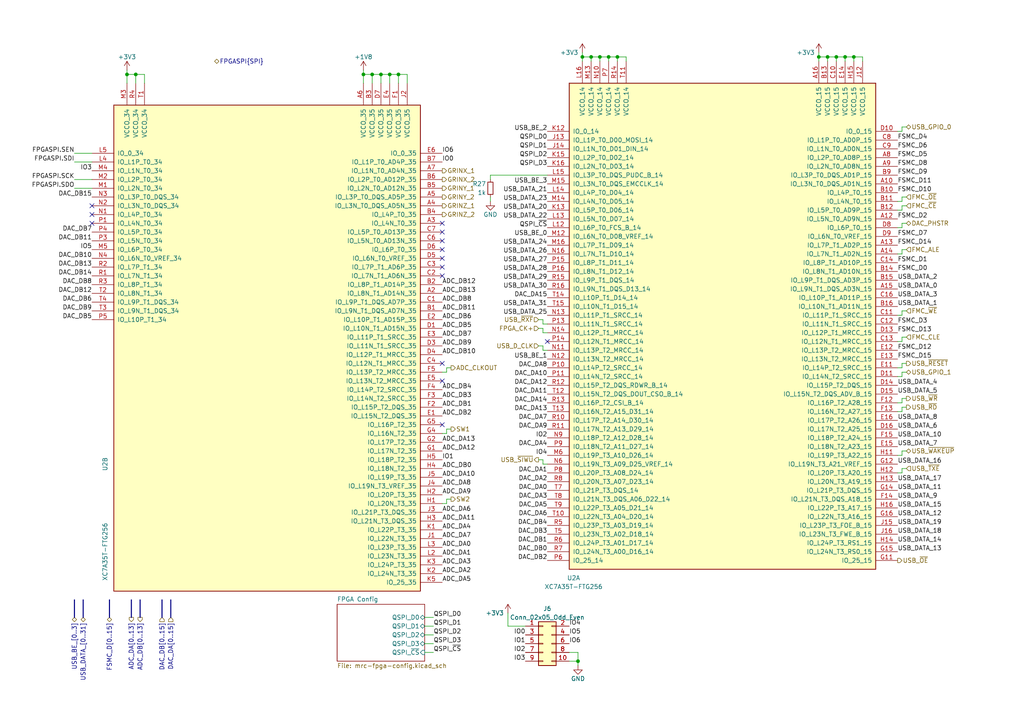
<source format=kicad_sch>
(kicad_sch (version 20250114) (generator "eeschema") (generator_version "9.0")
  (paper "A4")
  (lib_symbols
    (symbol "Connector_Generic:Conn_02x05_Odd_Even" (pin_names (offset 1.016) (hide yes))
      (property "Reference" "J" (at 1.27 7.62 0))
      (property "Value" "Conn_02x05_Odd_Even" (at 1.27 -7.62 0))
      (symbol "Conn_02x05_Odd_Even_1_1"
        (rectangle (start -1.27 6.35) (end 3.81 -6.35) (stroke (width 0.254)) (fill (type background)))
        (rectangle (start -1.27 5.207) (end 0 4.953) (stroke (width 0.1524)))
        (rectangle (start -1.27 2.667) (end 0 2.413) (stroke (width 0.1524)))
        (rectangle (start -1.27 0.127) (end 0 -0.127) (stroke (width 0.1524)))
        (rectangle (start -1.27 -2.413) (end 0 -2.667) (stroke (width 0.1524)))
        (rectangle (start -1.27 -4.953) (end 0 -5.207) (stroke (width 0.1524)))
        (rectangle (start 3.81 5.207) (end 2.54 4.953) (stroke (width 0.1524)))
        (rectangle (start 3.81 2.667) (end 2.54 2.413) (stroke (width 0.1524)))
        (rectangle (start 3.81 0.127) (end 2.54 -0.127) (stroke (width 0.1524)))
        (rectangle (start 3.81 -2.413) (end 2.54 -2.667) (stroke (width 0.1524)))
        (rectangle (start 3.81 -4.953) (end 2.54 -5.207) (stroke (width 0.1524)))
        (pin passive line (at -5.08 5.08 0) (length 3.81) (name "Pin_1") (number "1"))
        (pin passive line (at -5.08 2.54 0) (length 3.81) (name "Pin_3") (number "3"))
        (pin passive line (at -5.08 0 0) (length 3.81) (name "Pin_5") (number "5"))
        (pin passive line (at -5.08 -2.54 0) (length 3.81) (name "Pin_7") (number "7"))
        (pin passive line (at -5.08 -5.08 0) (length 3.81) (name "Pin_9") (number "9"))
        (pin passive line (at 7.62 5.08 180) (length 3.81) (name "Pin_2") (number "2"))
        (pin passive line (at 7.62 2.54 180) (length 3.81) (name "Pin_4") (number "4"))
        (pin passive line (at 7.62 0 180) (length 3.81) (name "Pin_6") (number "6"))
        (pin passive line (at 7.62 -2.54 180) (length 3.81) (name "Pin_8") (number "8"))
        (pin passive line (at 7.62 -5.08 180) (length 3.81) (name "Pin_10") (number "10"))
      )
    )
    (symbol "Device:R_Small" (pin_numbers (hide yes)) (pin_names (offset 0.254) (hide yes))
      (property "Reference" "R" (at 0.762 0.508 0))
      (property "Value" "R_Small" (at 0.762 -1.016 0))
      (symbol "R_Small_0_1"
        (rectangle (start -0.762 1.778) (end 0.762 -1.778) (stroke (width 0.2032)))
      )
      (symbol "R_Small_1_1"
        (pin passive line (at 0 2.54 270) (length 0.762) (name "~") (number "1"))
        (pin passive line (at 0 -2.54 90) (length 0.762) (name "~") (number "2"))
      )
    )
    (symbol "FPGA_Xilinx_Artix7:XC7A35T-FTG256" (pin_names (offset 1.016))
      (property "Reference" "U" (at 0 1.27 0))
      (property "Value" "XC7A35T-FTG256" (at 0 -1.27 0))
      (symbol "XC7A35T-FTG256_1_1"
        (rectangle (start -44.45 67.31) (end 44.45 -73.66) (stroke (width 0.254)) (fill (type background)))
        (pin bidirectional line (at -50.8 53.34 0) (length 6.35) (name "IO_0_14") (number "K12"))
        (pin bidirectional line (at -50.8 50.8 0) (length 6.35) (name "IO_L1P_T0_D00_MOSI_14") (number "J13"))
        (pin bidirectional line (at -50.8 48.26 0) (length 6.35) (name "IO_L1N_T0_D01_DIN_14") (number "J14"))
        (pin bidirectional line (at -50.8 45.72 0) (length 6.35) (name "IO_L2P_T0_D02_14") (number "K15"))
        (pin bidirectional line (at -50.8 43.18 0) (length 6.35) (name "IO_L2N_T0_D03_14") (number "K16"))
        (pin bidirectional line (at -50.8 40.64 0) (length 6.35) (name "IO_L3P_T0_DQS_PUDC_B_14") (number "L15"))
        (pin bidirectional line (at -50.8 38.1 0) (length 6.35) (name "IO_L3N_T0_DQS_EMCCLK_14") (number "M15"))
        (pin bidirectional line (at -50.8 35.56 0) (length 6.35) (name "IO_L4P_T0_D04_14") (number "L14"))
        (pin bidirectional line (at -50.8 33.02 0) (length 6.35) (name "IO_L4N_T0_D05_14") (number "M14"))
        (pin bidirectional line (at -50.8 30.48 0) (length 6.35) (name "IO_L5P_T0_D06_14") (number "K13"))
        (pin bidirectional line (at -50.8 27.94 0) (length 6.35) (name "IO_L5N_T0_D07_14") (number "L13"))
        (pin bidirectional line (at -50.8 25.4 0) (length 6.35) (name "IO_L6P_T0_FCS_B_14") (number "L12"))
        (pin bidirectional line (at -50.8 22.86 0) (length 6.35) (name "IO_L6N_T0_D08_VREF_14") (number "M12"))
        (pin bidirectional line (at -50.8 20.32 0) (length 6.35) (name "IO_L7P_T1_D09_14") (number "M16"))
        (pin bidirectional line (at -50.8 17.78 0) (length 6.35) (name "IO_L7N_T1_D10_14") (number "N16"))
        (pin bidirectional line (at -50.8 15.24 0) (length 6.35) (name "IO_L8P_T1_D11_14") (number "P15"))
        (pin bidirectional line (at -50.8 12.7 0) (length 6.35) (name "IO_L8N_T1_D12_14") (number "P16"))
        (pin bidirectional line (at -50.8 10.16 0) (length 6.35) (name "IO_L9P_T1_DQS_14") (number "R15"))
        (pin bidirectional line (at -50.8 7.62 0) (length 6.35) (name "IO_L9N_T1_DQS_D13_14") (number "R16"))
        (pin bidirectional line (at -50.8 5.08 0) (length 6.35) (name "IO_L10P_T1_D14_14") (number "T14"))
        (pin bidirectional line (at -50.8 2.54 0) (length 6.35) (name "IO_L10N_T1_D15_14") (number "T15"))
        (pin bidirectional line (at -50.8 0 0) (length 6.35) (name "IO_L11P_T1_SRCC_14") (number "N13"))
        (pin bidirectional line (at -50.8 -2.54 0) (length 6.35) (name "IO_L11N_T1_SRCC_14") (number "P13"))
        (pin bidirectional line (at -50.8 -5.08 0) (length 6.35) (name "IO_L12P_T1_MRCC_14") (number "N14"))
        (pin bidirectional line (at -50.8 -7.62 0) (length 6.35) (name "IO_L12N_T1_MRCC_14") (number "P14"))
        (pin bidirectional line (at -50.8 -10.16 0) (length 6.35) (name "IO_L13P_T2_MRCC_14") (number "N11"))
        (pin bidirectional line (at -50.8 -12.7 0) (length 6.35) (name "IO_L13N_T2_MRCC_14") (number "N12"))
        (pin bidirectional line (at -50.8 -15.24 0) (length 6.35) (name "IO_L14P_T2_SRCC_14") (number "P10"))
        (pin bidirectional line (at -50.8 -17.78 0) (length 6.35) (name "IO_L14N_T2_SRCC_14") (number "P11"))
        (pin bidirectional line (at -50.8 -20.32 0) (length 6.35) (name "IO_L15P_T2_DQS_RDWR_B_14") (number "R12"))
        (pin bidirectional line (at -50.8 -22.86 0) (length 6.35) (name "IO_L15N_T2_DQS_DOUT_CSO_B_14") (number "T12"))
        (pin bidirectional line (at -50.8 -25.4 0) (length 6.35) (name "IO_L16P_T2_CSI_B_14") (number "R13"))
        (pin bidirectional line (at -50.8 -27.94 0) (length 6.35) (name "IO_L16N_T2_A15_D31_14") (number "T13"))
        (pin bidirectional line (at -50.8 -30.48 0) (length 6.35) (name "IO_L17P_T2_A14_D30_14") (number "R10"))
        (pin bidirectional line (at -50.8 -33.02 0) (length 6.35) (name "IO_L17N_T2_A13_D29_14") (number "R11"))
        (pin bidirectional line (at -50.8 -35.56 0) (length 6.35) (name "IO_L18P_T2_A12_D28_14") (number "N9"))
        (pin bidirectional line (at -50.8 -38.1 0) (length 6.35) (name "IO_L18N_T2_A11_D27_14") (number "P9"))
        (pin bidirectional line (at -50.8 -40.64 0) (length 6.35) (name "IO_L19P_T3_A10_D26_14") (number "M6"))
        (pin bidirectional line (at -50.8 -43.18 0) (length 6.35) (name "IO_L19N_T3_A09_D25_VREF_14") (number "N6"))
        (pin bidirectional line (at -50.8 -45.72 0) (length 6.35) (name "IO_L20P_T3_A08_D24_14") (number "P8"))
        (pin bidirectional line (at -50.8 -48.26 0) (length 6.35) (name "IO_L20N_T3_A07_D23_14") (number "R8"))
        (pin bidirectional line (at -50.8 -50.8 0) (length 6.35) (name "IO_L21P_T3_DQS_14") (number "T7"))
        (pin bidirectional line (at -50.8 -53.34 0) (length 6.35) (name "IO_L21N_T3_DQS_A06_D22_14") (number "T8"))
        (pin bidirectional line (at -50.8 -55.88 0) (length 6.35) (name "IO_L22P_T3_A05_D21_14") (number "T9"))
        (pin bidirectional line (at -50.8 -58.42 0) (length 6.35) (name "IO_L22N_T3_A04_D20_14") (number "T10"))
        (pin bidirectional line (at -50.8 -60.96 0) (length 6.35) (name "IO_L23P_T3_A03_D19_14") (number "R5"))
        (pin bidirectional line (at -50.8 -63.5 0) (length 6.35) (name "IO_L23N_T3_A02_D18_14") (number "T5"))
        (pin bidirectional line (at -50.8 -66.04 0) (length 6.35) (name "IO_L24P_T3_A01_D17_14") (number "R6"))
        (pin bidirectional line (at -50.8 -68.58 0) (length 6.35) (name "IO_L24N_T3_A00_D16_14") (number "R7"))
        (pin bidirectional line (at -50.8 -71.12 0) (length 6.35) (name "IO_25_14") (number "P6"))
        (pin power_in line (at -40.64 73.66 270) (length 6.35) (name "VCCO_14") (number "L16"))
        (pin power_in line (at -38.1 73.66 270) (length 6.35) (name "VCCO_14") (number "M13"))
        (pin power_in line (at -35.56 73.66 270) (length 6.35) (name "VCCO_14") (number "N10"))
        (pin power_in line (at -33.02 73.66 270) (length 6.35) (name "VCCO_14") (number "P7"))
        (pin power_in line (at -30.48 73.66 270) (length 6.35) (name "VCCO_14") (number "R14"))
        (pin power_in line (at -27.94 73.66 270) (length 6.35) (name "VCCO_14") (number "T11"))
        (pin power_in line (at 27.94 73.66 270) (length 6.35) (name "VCCO_15") (number "A16"))
        (pin power_in line (at 30.48 73.66 270) (length 6.35) (name "VCCO_15") (number "B13"))
        (pin power_in line (at 33.02 73.66 270) (length 6.35) (name "VCCO_15") (number "C10"))
        (pin power_in line (at 35.56 73.66 270) (length 6.35) (name "VCCO_15") (number "E14"))
        (pin power_in line (at 38.1 73.66 270) (length 6.35) (name "VCCO_15") (number "H15"))
        (pin power_in line (at 40.64 73.66 270) (length 6.35) (name "VCCO_15") (number "J12"))
        (pin bidirectional line (at 50.8 53.34 180) (length 6.35) (name "IO_0_15") (number "D10"))
        (pin bidirectional line (at 50.8 50.8 180) (length 6.35) (name "IO_L1P_T0_AD0P_15") (number "C8"))
        (pin bidirectional line (at 50.8 48.26 180) (length 6.35) (name "IO_L1N_T0_AD0N_15") (number "C9"))
        (pin bidirectional line (at 50.8 45.72 180) (length 6.35) (name "IO_L2P_T0_AD8P_15") (number "A8"))
        (pin bidirectional line (at 50.8 43.18 180) (length 6.35) (name "IO_L2N_T0_AD8N_15") (number "A9"))
        (pin bidirectional line (at 50.8 40.64 180) (length 6.35) (name "IO_L3P_T0_DQS_AD1P_15") (number "B9"))
        (pin bidirectional line (at 50.8 38.1 180) (length 6.35) (name "IO_L3N_T0_DQS_AD1N_15") (number "A10"))
        (pin bidirectional line (at 50.8 35.56 180) (length 6.35) (name "IO_L4P_T0_15") (number "B10"))
        (pin bidirectional line (at 50.8 33.02 180) (length 6.35) (name "IO_L4N_T0_15") (number "B11"))
        (pin bidirectional line (at 50.8 30.48 180) (length 6.35) (name "IO_L5P_T0_AD9P_15") (number "B12"))
        (pin bidirectional line (at 50.8 27.94 180) (length 6.35) (name "IO_L5N_T0_AD9N_15") (number "A12"))
        (pin bidirectional line (at 50.8 25.4 180) (length 6.35) (name "IO_L6P_T0_15") (number "D8"))
        (pin bidirectional line (at 50.8 22.86 180) (length 6.35) (name "IO_L6N_T0_VREF_15") (number "D9"))
        (pin bidirectional line (at 50.8 20.32 180) (length 6.35) (name "IO_L7P_T1_AD2P_15") (number "A13"))
        (pin bidirectional line (at 50.8 17.78 180) (length 6.35) (name "IO_L7N_T1_AD2N_15") (number "A14"))
        (pin bidirectional line (at 50.8 15.24 180) (length 6.35) (name "IO_L8P_T1_AD10P_15") (number "C14"))
        (pin bidirectional line (at 50.8 12.7 180) (length 6.35) (name "IO_L8N_T1_AD10N_15") (number "B14"))
        (pin bidirectional line (at 50.8 10.16 180) (length 6.35) (name "IO_L9P_T1_DQS_AD3P_15") (number "B15"))
        (pin bidirectional line (at 50.8 7.62 180) (length 6.35) (name "IO_L9N_T1_DQS_AD3N_15") (number "A15"))
        (pin bidirectional line (at 50.8 5.08 180) (length 6.35) (name "IO_L10P_T1_AD11P_15") (number "C16"))
        (pin bidirectional line (at 50.8 2.54 180) (length 6.35) (name "IO_L10N_T1_AD11N_15") (number "B16"))
        (pin bidirectional line (at 50.8 0 180) (length 6.35) (name "IO_L11P_T1_SRCC_15") (number "C11"))
        (pin bidirectional line (at 50.8 -2.54 180) (length 6.35) (name "IO_L11N_T1_SRCC_15") (number "C12"))
        (pin bidirectional line (at 50.8 -5.08 180) (length 6.35) (name "IO_L12P_T1_MRCC_15") (number "D13"))
        (pin bidirectional line (at 50.8 -7.62 180) (length 6.35) (name "IO_L12N_T1_MRCC_15") (number "C13"))
        (pin bidirectional line (at 50.8 -10.16 180) (length 6.35) (name "IO_L13P_T2_MRCC_15") (number "E12"))
        (pin bidirectional line (at 50.8 -12.7 180) (length 6.35) (name "IO_L13N_T2_MRCC_15") (number "E13"))
        (pin bidirectional line (at 50.8 -15.24 180) (length 6.35) (name "IO_L14P_T2_SRCC_15") (number "E11"))
        (pin bidirectional line (at 50.8 -17.78 180) (length 6.35) (name "IO_L14N_T2_SRCC_15") (number "D11"))
        (pin bidirectional line (at 50.8 -20.32 180) (length 6.35) (name "IO_L15P_T2_DQS_15") (number "D14"))
        (pin bidirectional line (at 50.8 -22.86 180) (length 6.35) (name "IO_L15N_T2_DQS_ADV_B_15") (number "D15"))
        (pin bidirectional line (at 50.8 -25.4 180) (length 6.35) (name "IO_L16P_T2_A28_15") (number "F12"))
        (pin bidirectional line (at 50.8 -27.94 180) (length 6.35) (name "IO_L16N_T2_A27_15") (number "F13"))
        (pin bidirectional line (at 50.8 -30.48 180) (length 6.35) (name "IO_L17P_T2_A26_15") (number "E16"))
        (pin bidirectional line (at 50.8 -33.02 180) (length 6.35) (name "IO_L17N_T2_A25_15") (number "D16"))
        (pin bidirectional line (at 50.8 -35.56 180) (length 6.35) (name "IO_L18P_T2_A24_15") (number "F15"))
        (pin bidirectional line (at 50.8 -38.1 180) (length 6.35) (name "IO_L18N_T2_A23_15") (number "E15"))
        (pin bidirectional line (at 50.8 -40.64 180) (length 6.35) (name "IO_L19P_T3_A22_15") (number "H11"))
        (pin bidirectional line (at 50.8 -43.18 180) (length 6.35) (name "IO_L19N_T3_A21_VREF_15") (number "G12"))
        (pin bidirectional line (at 50.8 -45.72 180) (length 6.35) (name "IO_L20P_T3_A20_15") (number "H12"))
        (pin bidirectional line (at 50.8 -48.26 180) (length 6.35) (name "IO_L20N_T3_A19_15") (number "H13"))
        (pin bidirectional line (at 50.8 -50.8 180) (length 6.35) (name "IO_L21P_T3_DQS_15") (number "G14"))
        (pin bidirectional line (at 50.8 -53.34 180) (length 6.35) (name "IO_L21N_T3_DQS_A18_15") (number "F14"))
        (pin bidirectional line (at 50.8 -55.88 180) (length 6.35) (name "IO_L22P_T3_A17_15") (number "H16"))
        (pin bidirectional line (at 50.8 -58.42 180) (length 6.35) (name "IO_L22N_T3_A16_15") (number "G16"))
        (pin bidirectional line (at 50.8 -60.96 180) (length 6.35) (name "IO_L23P_T3_FOE_B_15") (number "J15"))
        (pin bidirectional line (at 50.8 -63.5 180) (length 6.35) (name "IO_L23N_T3_FWE_B_15") (number "J16"))
        (pin bidirectional line (at 50.8 -66.04 180) (length 6.35) (name "IO_L24P_T3_RS1_15") (number "H14"))
        (pin bidirectional line (at 50.8 -68.58 180) (length 6.35) (name "IO_L24N_T3_RS0_15") (number "G15"))
        (pin bidirectional line (at 50.8 -71.12 180) (length 6.35) (name "IO_25_15") (number "G11"))
      )
      (symbol "XC7A35T-FTG256_2_1"
        (rectangle (start -44.45 67.31) (end 44.45 -73.66) (stroke (width 0.254)) (fill (type background)))
        (pin bidirectional line (at -50.8 53.34 0) (length 6.35) (name "IO_0_34") (number "L5"))
        (pin bidirectional line (at -50.8 50.8 0) (length 6.35) (name "IO_L1P_T0_34") (number "L4"))
        (pin bidirectional line (at -50.8 48.26 0) (length 6.35) (name "IO_L1N_T0_34") (number "M4"))
        (pin bidirectional line (at -50.8 45.72 0) (length 6.35) (name "IO_L2P_T0_34") (number "M2"))
        (pin bidirectional line (at -50.8 43.18 0) (length 6.35) (name "IO_L2N_T0_34") (number "M1"))
        (pin bidirectional line (at -50.8 40.64 0) (length 6.35) (name "IO_L3P_T0_DQS_34") (number "N3"))
        (pin bidirectional line (at -50.8 38.1 0) (length 6.35) (name "IO_L3N_T0_DQS_34") (number "N2"))
        (pin bidirectional line (at -50.8 35.56 0) (length 6.35) (name "IO_L4P_T0_34") (number "N1"))
        (pin bidirectional line (at -50.8 33.02 0) (length 6.35) (name "IO_L4N_T0_34") (number "P1"))
        (pin bidirectional line (at -50.8 30.48 0) (length 6.35) (name "IO_L5P_T0_34") (number "P4"))
        (pin bidirectional line (at -50.8 27.94 0) (length 6.35) (name "IO_L5N_T0_34") (number "P3"))
        (pin bidirectional line (at -50.8 25.4 0) (length 6.35) (name "IO_L6P_T0_34") (number "M5"))
        (pin bidirectional line (at -50.8 22.86 0) (length 6.35) (name "IO_L6N_T0_VREF_34") (number "N4"))
        (pin bidirectional line (at -50.8 20.32 0) (length 6.35) (name "IO_L7P_T1_34") (number "R2"))
        (pin bidirectional line (at -50.8 17.78 0) (length 6.35) (name "IO_L7N_T1_34") (number "R1"))
        (pin bidirectional line (at -50.8 15.24 0) (length 6.35) (name "IO_L8P_T1_34") (number "R3"))
        (pin bidirectional line (at -50.8 12.7 0) (length 6.35) (name "IO_L8N_T1_34") (number "T2"))
        (pin bidirectional line (at -50.8 10.16 0) (length 6.35) (name "IO_L9P_T1_DQS_34") (number "T4"))
        (pin bidirectional line (at -50.8 7.62 0) (length 6.35) (name "IO_L9N_T1_DQS_34") (number "T3"))
        (pin bidirectional line (at -50.8 5.08 0) (length 6.35) (name "IO_L10P_T1_34") (number "P5"))
        (pin power_in line (at -40.64 73.66 270) (length 6.35) (name "VCCO_34") (number "M3"))
        (pin power_in line (at -38.1 73.66 270) (length 6.35) (name "VCCO_34") (number "R4"))
        (pin power_in line (at -35.56 73.66 270) (length 6.35) (name "VCCO_34") (number "T1"))
        (pin power_in line (at 27.94 73.66 270) (length 6.35) (name "VCCO_35") (number "A6"))
        (pin power_in line (at 30.48 73.66 270) (length 6.35) (name "VCCO_35") (number "B3"))
        (pin power_in line (at 33.02 73.66 270) (length 6.35) (name "VCCO_35") (number "D7"))
        (pin power_in line (at 35.56 73.66 270) (length 6.35) (name "VCCO_35") (number "E4"))
        (pin power_in line (at 38.1 73.66 270) (length 6.35) (name "VCCO_35") (number "F1"))
        (pin power_in line (at 40.64 73.66 270) (length 6.35) (name "VCCO_35") (number "J2"))
        (pin bidirectional line (at 50.8 53.34 180) (length 6.35) (name "IO_0_35") (number "E6"))
        (pin bidirectional line (at 50.8 50.8 180) (length 6.35) (name "IO_L1P_T0_AD4P_35") (number "B7"))
        (pin bidirectional line (at 50.8 48.26 180) (length 6.35) (name "IO_L1N_T0_AD4N_35") (number "A7"))
        (pin bidirectional line (at 50.8 45.72 180) (length 6.35) (name "IO_L2P_T0_AD12P_35") (number "B6"))
        (pin bidirectional line (at 50.8 43.18 180) (length 6.35) (name "IO_L2N_T0_AD12N_35") (number "B5"))
        (pin bidirectional line (at 50.8 40.64 180) (length 6.35) (name "IO_L3P_T0_DQS_AD5P_35") (number "A5"))
        (pin bidirectional line (at 50.8 38.1 180) (length 6.35) (name "IO_L3N_T0_DQS_AD5N_35") (number "A4"))
        (pin bidirectional line (at 50.8 35.56 180) (length 6.35) (name "IO_L4P_T0_35") (number "B4"))
        (pin bidirectional line (at 50.8 33.02 180) (length 6.35) (name "IO_L4N_T0_35") (number "A3"))
        (pin bidirectional line (at 50.8 30.48 180) (length 6.35) (name "IO_L5P_T0_AD13P_35") (number "C7"))
        (pin bidirectional line (at 50.8 27.94 180) (length 6.35) (name "IO_L5N_T0_AD13N_35") (number "C6"))
        (pin bidirectional line (at 50.8 25.4 180) (length 6.35) (name "IO_L6P_T0_35") (number "D6"))
        (pin bidirectional line (at 50.8 22.86 180) (length 6.35) (name "IO_L6N_T0_VREF_35") (number "D5"))
        (pin bidirectional line (at 50.8 20.32 180) (length 6.35) (name "IO_L7P_T1_AD6P_35") (number "C3"))
        (pin bidirectional line (at 50.8 17.78 180) (length 6.35) (name "IO_L7N_T1_AD6N_35") (number "C2"))
        (pin bidirectional line (at 50.8 15.24 180) (length 6.35) (name "IO_L8P_T1_AD14P_35") (number "B2"))
        (pin bidirectional line (at 50.8 12.7 180) (length 6.35) (name "IO_L8N_T1_AD14N_35") (number "A2"))
        (pin bidirectional line (at 50.8 10.16 180) (length 6.35) (name "IO_L9P_T1_DQS_AD7P_35") (number "C1"))
        (pin bidirectional line (at 50.8 7.62 180) (length 6.35) (name "IO_L9N_T1_DQS_AD7N_35") (number "B1"))
        (pin bidirectional line (at 50.8 5.08 180) (length 6.35) (name "IO_L10P_T1_AD15P_35") (number "E2"))
        (pin bidirectional line (at 50.8 2.54 180) (length 6.35) (name "IO_L10N_T1_AD15N_35") (number "D1"))
        (pin bidirectional line (at 50.8 0 180) (length 6.35) (name "IO_L11P_T1_SRCC_35") (number "E3"))
        (pin bidirectional line (at 50.8 -2.54 180) (length 6.35) (name "IO_L11N_T1_SRCC_35") (number "D3"))
        (pin bidirectional line (at 50.8 -5.08 180) (length 6.35) (name "IO_L12P_T1_MRCC_35") (number "D4"))
        (pin bidirectional line (at 50.8 -7.62 180) (length 6.35) (name "IO_L12N_T1_MRCC_35") (number "C4"))
        (pin bidirectional line (at 50.8 -10.16 180) (length 6.35) (name "IO_L13P_T2_MRCC_35") (number "F5"))
        (pin bidirectional line (at 50.8 -12.7 180) (length 6.35) (name "IO_L13N_T2_MRCC_35") (number "E5"))
        (pin bidirectional line (at 50.8 -15.24 180) (length 6.35) (name "IO_L14P_T2_SRCC_35") (number "F4"))
        (pin bidirectional line (at 50.8 -17.78 180) (length 6.35) (name "IO_L14N_T2_SRCC_35") (number "F3"))
        (pin bidirectional line (at 50.8 -20.32 180) (length 6.35) (name "IO_L15P_T2_DQS_35") (number "F2"))
        (pin bidirectional line (at 50.8 -22.86 180) (length 6.35) (name "IO_L15N_T2_DQS_35") (number "E1"))
        (pin bidirectional line (at 50.8 -25.4 180) (length 6.35) (name "IO_L16P_T2_35") (number "G5"))
        (pin bidirectional line (at 50.8 -27.94 180) (length 6.35) (name "IO_L16N_T2_35") (number "G4"))
        (pin bidirectional line (at 50.8 -30.48 180) (length 6.35) (name "IO_L17P_T2_35") (number "G2"))
        (pin bidirectional line (at 50.8 -33.02 180) (length 6.35) (name "IO_L17N_T2_35") (number "G1"))
        (pin bidirectional line (at 50.8 -35.56 180) (length 6.35) (name "IO_L18P_T2_35") (number "H5"))
        (pin bidirectional line (at 50.8 -38.1 180) (length 6.35) (name "IO_L18N_T2_35") (number "H4"))
        (pin bidirectional line (at 50.8 -40.64 180) (length 6.35) (name "IO_L19P_T3_35") (number "J5"))
        (pin bidirectional line (at 50.8 -43.18 180) (length 6.35) (name "IO_L19N_T3_VREF_35") (number "J4"))
        (pin bidirectional line (at 50.8 -45.72 180) (length 6.35) (name "IO_L20P_T3_35") (number "H2"))
        (pin bidirectional line (at 50.8 -48.26 180) (length 6.35) (name "IO_L20N_T3_35") (number "H1"))
        (pin bidirectional line (at 50.8 -50.8 180) (length 6.35) (name "IO_L21P_T3_DQS_35") (number "J3"))
        (pin bidirectional line (at 50.8 -53.34 180) (length 6.35) (name "IO_L21N_T3_DQS_35") (number "H3"))
        (pin bidirectional line (at 50.8 -55.88 180) (length 6.35) (name "IO_L22P_T3_35") (number "K1"))
        (pin bidirectional line (at 50.8 -58.42 180) (length 6.35) (name "IO_L22N_T3_35") (number "J1"))
        (pin bidirectional line (at 50.8 -60.96 180) (length 6.35) (name "IO_L23P_T3_35") (number "L3"))
        (pin bidirectional line (at 50.8 -63.5 180) (length 6.35) (name "IO_L23N_T3_35") (number "L2"))
        (pin bidirectional line (at 50.8 -66.04 180) (length 6.35) (name "IO_L24P_T3_35") (number "K3"))
        (pin bidirectional line (at 50.8 -68.58 180) (length 6.35) (name "IO_L24N_T3_35") (number "K2"))
        (pin bidirectional line (at 50.8 -71.12 180) (length 6.35) (name "IO_25_35") (number "K5"))
      )
      (symbol "XC7A35T-FTG256_3_1"
        (rectangle (start -31.75 34.29) (end 31.75 -40.64) (stroke (width 0.254)) (fill (type background)))
        (pin power_in line (at 27.94 40.64 270) (length 6.35) (name "VCCO_0") (number "L6"))
        (pin bidirectional line (at 38.1 20.32 180) (length 6.35) (name "TDI_0") (number "N7"))
        (pin bidirectional line (at 38.1 17.78 180) (length 6.35) (name "TDO_0") (number "N8"))
        (pin bidirectional line (at 38.1 15.24 180) (length 6.35) (name "TMS_0") (number "M7"))
        (pin bidirectional line (at 38.1 12.7 180) (length 6.35) (name "TCK_0") (number "L7"))
        (pin bidirectional line (at 38.1 7.62 180) (length 6.35) (name "CCLK_0") (number "E8"))
        (pin bidirectional line (at 38.1 5.08 180) (length 6.35) (name "M0_0") (number "M9"))
        (pin bidirectional line (at 38.1 2.54 180) (length 6.35) (name "M1_0") (number "M10"))
        (pin bidirectional line (at 38.1 0 180) (length 6.35) (name "M2_0") (number "M11"))
        (pin bidirectional line (at 38.1 -5.08 180) (length 6.35) (name "DONE_0") (number "H10"))
        (pin bidirectional line (at 38.1 -7.62 180) (length 6.35) (name "INIT_B_0") (number "K10"))
        (pin bidirectional line (at 38.1 -10.16 180) (length 6.35) (name "PROGRAM_B_0") (number "L9"))
        (pin bidirectional line (at 38.1 -15.24 180) (length 6.35) (name "CFGBVS_0") (number "E7"))
        (pin bidirectional line (at 38.1 -20.32 180) (length 6.35) (name "VP_0") (number "H8"))
        (pin bidirectional line (at 38.1 -22.86 180) (length 6.35) (name "VN_0") (number "J7"))
        (pin bidirectional line (at 38.1 -27.94 180) (length 6.35) (name "VREFP_0") (number "J8"))
        (pin bidirectional line (at 38.1 -30.48 180) (length 6.35) (name "VREFN_0") (number "H7"))
        (pin bidirectional line (at 38.1 -35.56 180) (length 6.35) (name "DXP_0") (number "K8"))
        (pin bidirectional line (at 38.1 -38.1 180) (length 6.35) (name "DXN_0") (number "K7"))
      )
      (symbol "XC7A35T-FTG256_4_1"
        (rectangle (start -19.05 35.56) (end 19.05 -35.56) (stroke (width 0.254)) (fill (type background)))
        (pin power_in line (at -25.4 33.02 0) (length 6.35) (name "VCCAUX") (number "G10"))
        (pin power_in line (at -25.4 30.48 0) (length 6.35) (name "VCCAUX") (number "J10"))
        (pin power_in line (at -25.4 27.94 0) (length 6.35) (name "VCCAUX") (number "K11"))
        (pin power_in line (at -25.4 25.4 0) (length 6.35) (name "VCCAUX") (number "L10"))
        (pin power_in line (at -25.4 20.32 0) (length 6.35) (name "GNDADC_0") (number "G7"))
        (pin power_in line (at -25.4 17.78 0) (length 6.35) (name "VCCADC_0") (number "G8"))
        (pin power_in line (at -25.4 15.24 0) (length 6.35) (name "VCCBATT_0") (number "F8"))
        (pin power_in line (at -25.4 12.7 0) (length 6.35) (name "VCCBRAM") (number "E10"))
        (pin power_in line (at -25.4 10.16 0) (length 6.35) (name "VCCBRAM") (number "F11"))
        (pin power_in line (at -25.4 2.54 0) (length 6.35) (name "GND") (number "A1"))
        (pin power_in line (at -25.4 0 0) (length 6.35) (name "GND") (number "A11"))
        (pin power_in line (at -25.4 -2.54 0) (length 6.35) (name "GND") (number "B8"))
        (pin power_in line (at -25.4 -5.08 0) (length 6.35) (name "GND") (number "C5"))
        (pin power_in line (at -25.4 -7.62 0) (length 6.35) (name "GND") (number "C15"))
        (pin power_in line (at -25.4 -10.16 0) (length 6.35) (name "GND") (number "D2"))
        (pin power_in line (at -25.4 -12.7 0) (length 6.35) (name "GND") (number "D12"))
        (pin power_in line (at -25.4 -15.24 0) (length 6.35) (name "GND") (number "E9"))
        (pin power_in line (at -25.4 -17.78 0) (length 6.35) (name "GND") (number "F6"))
        (pin power_in line (at -25.4 -20.32 0) (length 6.35) (name "GND") (number "F10"))
        (pin power_in line (at -25.4 -22.86 0) (length 6.35) (name "GND") (number "F16"))
        (pin power_in line (at -25.4 -25.4 0) (length 6.35) (name "GND") (number "G3"))
        (pin power_in line (at -25.4 -27.94 0) (length 6.35) (name "GND") (number "G9"))
        (pin power_in line (at -25.4 -30.48 0) (length 6.35) (name "GND") (number "G13"))
        (pin power_in line (at -25.4 -33.02 0) (length 6.35) (name "GND") (number "H6"))
        (pin power_in line (at 25.4 33.02 180) (length 6.35) (name "VCCINT") (number "F7"))
        (pin power_in line (at 25.4 30.48 180) (length 6.35) (name "VCCINT") (number "F9"))
        (pin power_in line (at 25.4 27.94 180) (length 6.35) (name "VCCINT") (number "G6"))
        (pin power_in line (at 25.4 25.4 180) (length 6.35) (name "VCCINT") (number "H9"))
        (pin power_in line (at 25.4 22.86 180) (length 6.35) (name "VCCINT") (number "J6"))
        (pin power_in line (at 25.4 20.32 180) (length 6.35) (name "VCCINT") (number "K9"))
        (pin power_in line (at 25.4 17.78 180) (length 6.35) (name "VCCINT") (number "L8"))
        (pin power_in line (at 25.4 2.54 180) (length 6.35) (name "GND") (number "J9"))
        (pin power_in line (at 25.4 0 180) (length 6.35) (name "GND") (number "J11"))
        (pin power_in line (at 25.4 -2.54 180) (length 6.35) (name "GND") (number "K4"))
        (pin power_in line (at 25.4 -5.08 180) (length 6.35) (name "GND") (number "K6"))
        (pin power_in line (at 25.4 -7.62 180) (length 6.35) (name "GND") (number "K14"))
        (pin power_in line (at 25.4 -10.16 180) (length 6.35) (name "GND") (number "L1"))
        (pin power_in line (at 25.4 -12.7 180) (length 6.35) (name "GND") (number "L11"))
        (pin power_in line (at 25.4 -15.24 180) (length 6.35) (name "GND") (number "M8"))
        (pin power_in line (at 25.4 -17.78 180) (length 6.35) (name "GND") (number "N5"))
        (pin power_in line (at 25.4 -20.32 180) (length 6.35) (name "GND") (number "N15"))
        (pin power_in line (at 25.4 -22.86 180) (length 6.35) (name "GND") (number "P2"))
        (pin power_in line (at 25.4 -25.4 180) (length 6.35) (name "GND") (number "P12"))
        (pin power_in line (at 25.4 -27.94 180) (length 6.35) (name "GND") (number "R9"))
        (pin power_in line (at 25.4 -30.48 180) (length 6.35) (name "GND") (number "T6"))
        (pin power_in line (at 25.4 -33.02 180) (length 6.35) (name "GND") (number "T16"))
      )
    )
    (symbol "power:+1V8" (power) (pin_names (offset 0))
      (property "Value" "+1V8" (at 0 3.556 0))
      (symbol "+1V8_0_1"
        (polyline (pts (xy -0.762 1.27) (xy 0 2.54)))
        (polyline (pts (xy 0 2.54) (xy 0.762 1.27)))
        (polyline (pts (xy 0 0) (xy 0 2.54)))
      )
      (symbol "+1V8_1_1"
        (pin power_in line (at 0 0 90) (length 0) (hide yes) (name "+1V8") (number "1"))
      )
    )
    (symbol "power:+3V3" (power) (pin_names (offset 0))
      (property "Value" "+3V3" (at 0 3.556 0))
      (symbol "+3V3_0_1"
        (polyline (pts (xy -0.762 1.27) (xy 0 2.54)))
        (polyline (pts (xy 0 2.54) (xy 0.762 1.27)))
        (polyline (pts (xy 0 0) (xy 0 2.54)))
      )
      (symbol "+3V3_1_1"
        (pin power_in line (at 0 0 90) (length 0) (hide yes) (name "+3V3") (number "1"))
      )
    )
    (symbol "power:GND" (power) (pin_names (offset 0))
      (property "Value" "GND" (at 0 -3.81 0))
      (symbol "GND_0_1"
        (polyline (pts (xy 0 0) (xy 0 -1.27) (xy 1.27 -1.27) (xy 0 -2.54) (xy -1.27 -1.27) (xy 0 -1.27)))
      )
      (symbol "GND_1_1"
        (pin power_in line (at 0 0 270) (length 0) (hide yes) (name "GND") (number "1"))
      )
    )
  )
  (junction (at 179.07 16.51))
  (junction (at 39.37 21.59))
  (junction (at 110.49 21.59))
  (junction (at 107.95 21.59))
  (junction (at 113.03 21.59))
  (junction (at 176.53 16.51))
  (junction (at 242.57 16.51))
  (junction (at 105.41 21.59))
  (junction (at 240.03 16.51))
  (junction (at 167.64 191.77))
  (junction (at 237.49 16.51))
  (junction (at 36.83 21.59))
  (junction (at 115.57 21.59))
  (junction (at 247.65 16.51))
  (junction (at 245.11 16.51))
  (junction (at 173.99 16.51))
  (junction (at 168.91 16.51))
  (junction (at 171.45 16.51))
  (no_connect (at 128.27 77.47))
  (no_connect (at 158.75 99.06))
  (no_connect (at 128.27 74.93))
  (no_connect (at 26.67 59.69))
  (no_connect (at 128.27 110.49))
  (no_connect (at 128.27 64.77))
  (no_connect (at 128.27 67.31))
  (no_connect (at 26.67 64.77))
  (no_connect (at 128.27 80.01))
  (no_connect (at 128.27 72.39))
  (no_connect (at 26.67 62.23))
  (no_connect (at 128.27 105.41))
  (no_connect (at 128.27 69.85))
  (no_connect (at 128.27 123.19))
  (wire (pts (xy 176.53 16.51) (xy 179.07 16.51)))
  (wire (pts (xy 123.19 179.07) (xy 125.73 179.07)))
  (wire (pts (xy 260.35 99.06) (xy 261.62 99.06)))
  (wire (pts (xy 115.57 21.59) (xy 115.57 24.13)))
  (wire (pts (xy 41.91 21.59) (xy 41.91 24.13)))
  (wire (pts (xy 129.54 125.73) (xy 128.27 125.73)))
  (wire (pts (xy 167.64 189.23) (xy 165.1 189.23)))
  (wire (pts (xy 113.03 21.59) (xy 113.03 24.13)))
  (wire (pts (xy 168.91 16.51) (xy 168.91 17.78)))
  (wire (pts (xy 147.32 177.8) (xy 147.32 181.61)))
  (wire (pts (xy 110.49 21.59) (xy 113.03 21.59)))
  (wire (pts (xy 262.89 107.95) (xy 261.62 107.95)))
  (wire (pts (xy 129.54 124.46) (xy 129.54 125.73)))
  (wire (pts (xy 123.19 184.15) (xy 125.73 184.15)))
  (wire (pts (xy 156.21 92.71) (xy 157.48 92.71)))
  (wire (pts (xy 171.45 16.51) (xy 173.99 16.51)))
  (wire (pts (xy 21.59 44.45) (xy 26.67 44.45)))
  (wire (pts (xy 240.03 16.51) (xy 242.57 16.51)))
  (wire (pts (xy 260.35 137.16) (xy 261.62 137.16)))
  (wire (pts (xy 245.11 16.51) (xy 247.65 16.51)))
  (wire (pts (xy 123.19 189.23) (xy 125.73 189.23)))
  (wire (pts (xy 157.48 93.98) (xy 158.75 93.98)))
  (wire (pts (xy 262.89 135.89) (xy 261.62 135.89)))
  (bus (pts (xy 40.64 173.99) (xy 40.64 179.07)))
  (wire (pts (xy 156.21 95.25) (xy 157.48 95.25)))
  (wire (pts (xy 260.35 109.22) (xy 261.62 109.22)))
  (wire (pts (xy 21.59 54.61) (xy 26.67 54.61)))
  (wire (pts (xy 142.24 57.15) (xy 142.24 58.42)))
  (wire (pts (xy 242.57 16.51) (xy 245.11 16.51)))
  (wire (pts (xy 237.49 16.51) (xy 237.49 17.78)))
  (wire (pts (xy 129.54 144.78) (xy 129.54 146.05)))
  (wire (pts (xy 115.57 21.59) (xy 118.11 21.59)))
  (wire (pts (xy 262.89 36.83) (xy 261.62 36.83)))
  (wire (pts (xy 110.49 21.59) (xy 110.49 24.13)))
  (wire (pts (xy 168.91 16.51) (xy 171.45 16.51)))
  (wire (pts (xy 157.48 95.25) (xy 157.48 96.52)))
  (wire (pts (xy 261.62 60.96) (xy 261.62 59.69)))
  (wire (pts (xy 261.62 130.81) (xy 261.62 132.08)))
  (bus (pts (xy 21.59 173.99) (xy 21.59 179.07)))
  (wire (pts (xy 179.07 16.51) (xy 179.07 17.78)))
  (wire (pts (xy 21.59 46.99) (xy 26.67 46.99)))
  (wire (pts (xy 36.83 21.59) (xy 39.37 21.59)))
  (bus (pts (xy 38.1 173.99) (xy 38.1 179.07)))
  (wire (pts (xy 107.95 21.59) (xy 107.95 24.13)))
  (wire (pts (xy 237.49 16.51) (xy 240.03 16.51)))
  (wire (pts (xy 157.48 92.71) (xy 157.48 93.98)))
  (wire (pts (xy 261.62 115.57) (xy 261.62 116.84)))
  (wire (pts (xy 157.48 101.6) (xy 158.75 101.6)))
  (wire (pts (xy 171.45 16.51) (xy 171.45 17.78)))
  (wire (pts (xy 260.35 132.08) (xy 261.62 132.08)))
  (wire (pts (xy 113.03 21.59) (xy 115.57 21.59)))
  (wire (pts (xy 157.48 96.52) (xy 158.75 96.52)))
  (wire (pts (xy 260.35 60.96) (xy 261.62 60.96)))
  (wire (pts (xy 245.11 16.51) (xy 245.11 17.78)))
  (wire (pts (xy 157.48 133.35) (xy 157.48 134.62)))
  (wire (pts (xy 123.19 186.69) (xy 125.73 186.69)))
  (wire (pts (xy 105.41 21.59) (xy 107.95 21.59)))
  (wire (pts (xy 262.89 105.41) (xy 261.62 105.41)))
  (wire (pts (xy 261.62 118.11) (xy 261.62 119.38)))
  (wire (pts (xy 128.27 146.05) (xy 129.54 146.05)))
  (wire (pts (xy 262.89 64.77) (xy 261.62 64.77)))
  (wire (pts (xy 130.81 144.78) (xy 129.54 144.78)))
  (bus (pts (xy 24.13 173.99) (xy 24.13 179.07)))
  (wire (pts (xy 21.59 52.07) (xy 26.67 52.07)))
  (wire (pts (xy 260.35 38.1) (xy 261.62 38.1)))
  (wire (pts (xy 242.57 16.51) (xy 242.57 17.78)))
  (wire (pts (xy 167.64 193.04) (xy 167.64 191.77)))
  (wire (pts (xy 261.62 59.69) (xy 262.89 59.69)))
  (wire (pts (xy 262.89 57.15) (xy 261.62 57.15)))
  (wire (pts (xy 165.1 191.77) (xy 167.64 191.77)))
  (wire (pts (xy 261.62 105.41) (xy 261.62 106.68)))
  (wire (pts (xy 261.62 107.95) (xy 261.62 109.22)))
  (wire (pts (xy 179.07 16.51) (xy 181.61 16.51)))
  (wire (pts (xy 156.21 100.33) (xy 157.48 100.33)))
  (wire (pts (xy 247.65 16.51) (xy 250.19 16.51)))
  (wire (pts (xy 181.61 16.51) (xy 181.61 17.78)))
  (wire (pts (xy 260.35 91.44) (xy 261.62 91.44)))
  (wire (pts (xy 128.27 107.95) (xy 129.54 107.95)))
  (wire (pts (xy 261.62 135.89) (xy 261.62 137.16)))
  (wire (pts (xy 130.81 106.68) (xy 129.54 106.68)))
  (wire (pts (xy 262.89 97.79) (xy 261.62 97.79)))
  (wire (pts (xy 105.41 20.32) (xy 105.41 21.59)))
  (wire (pts (xy 260.35 116.84) (xy 261.62 116.84)))
  (wire (pts (xy 118.11 21.59) (xy 118.11 24.13)))
  (wire (pts (xy 261.62 73.66) (xy 261.62 72.39)))
  (wire (pts (xy 262.89 115.57) (xy 261.62 115.57)))
  (wire (pts (xy 167.64 191.77) (xy 167.64 189.23)))
  (wire (pts (xy 237.49 15.24) (xy 237.49 16.51)))
  (wire (pts (xy 105.41 21.59) (xy 105.41 24.13)))
  (wire (pts (xy 158.75 50.8) (xy 142.24 50.8)))
  (wire (pts (xy 261.62 64.77) (xy 261.62 66.04)))
  (wire (pts (xy 240.03 16.51) (xy 240.03 17.78)))
  (wire (pts (xy 260.35 58.42) (xy 261.62 58.42)))
  (wire (pts (xy 261.62 57.15) (xy 261.62 58.42)))
  (wire (pts (xy 168.91 15.24) (xy 168.91 16.51)))
  (wire (pts (xy 262.89 90.17) (xy 261.62 90.17)))
  (wire (pts (xy 39.37 21.59) (xy 39.37 24.13)))
  (wire (pts (xy 147.32 181.61) (xy 152.4 181.61)))
  (wire (pts (xy 123.19 181.61) (xy 125.73 181.61)))
  (wire (pts (xy 173.99 16.51) (xy 173.99 17.78)))
  (wire (pts (xy 261.62 97.79) (xy 261.62 99.06)))
  (wire (pts (xy 176.53 16.51) (xy 176.53 17.78)))
  (wire (pts (xy 157.48 134.62) (xy 158.75 134.62)))
  (wire (pts (xy 260.35 66.04) (xy 261.62 66.04)))
  (wire (pts (xy 129.54 106.68) (xy 129.54 107.95)))
  (bus (pts (xy 49.53 173.99) (xy 49.53 179.07)))
  (wire (pts (xy 173.99 16.51) (xy 176.53 16.51)))
  (wire (pts (xy 157.48 100.33) (xy 157.48 101.6)))
  (bus (pts (xy 46.99 173.99) (xy 46.99 179.07)))
  (wire (pts (xy 36.83 20.32) (xy 36.83 21.59)))
  (wire (pts (xy 260.35 106.68) (xy 261.62 106.68)))
  (wire (pts (xy 142.24 50.8) (xy 142.24 52.07)))
  (wire (pts (xy 261.62 36.83) (xy 261.62 38.1)))
  (wire (pts (xy 262.89 118.11) (xy 261.62 118.11)))
  (wire (pts (xy 156.21 133.35) (xy 157.48 133.35)))
  (wire (pts (xy 107.95 21.59) (xy 110.49 21.59)))
  (wire (pts (xy 260.35 73.66) (xy 261.62 73.66)))
  (wire (pts (xy 36.83 21.59) (xy 36.83 24.13)))
  (wire (pts (xy 260.35 119.38) (xy 261.62 119.38)))
  (wire (pts (xy 261.62 72.39) (xy 262.89 72.39)))
  (bus (pts (xy 31.75 173.99) (xy 31.75 179.07)))
  (wire (pts (xy 261.62 90.17) (xy 261.62 91.44)))
  (wire (pts (xy 247.65 16.51) (xy 247.65 17.78)))
  (wire (pts (xy 262.89 130.81) (xy 261.62 130.81)))
  (wire (pts (xy 250.19 16.51) (xy 250.19 17.78)))
  (wire (pts (xy 130.81 124.46) (xy 129.54 124.46)))
  (wire (pts (xy 39.37 21.59) (xy 41.91 21.59)))
  (label "DAC_DA7" (at 158.75 121.92 180))
  (label "USB_DATA_25" (at 158.75 91.44 180))
  (label "ADC_DB3" (at 128.27 115.57 0))
  (label "FSMC_D8" (at 260.35 48.26 0))
  (label "IO2" (at 152.4 189.23 180))
  (label "FSMC_D14" (at 260.35 71.12 0))
  (label "DAC_DA12" (at 158.75 111.76 180))
  (label "ADC_DB8" (at 128.27 87.63 0))
  (label "USB_DATA_17" (at 260.35 139.7 0))
  (label "ADC_DA8" (at 128.27 140.97 0))
  (label "USB_DATA_28" (at 158.75 78.74 180))
  (label "DAC_DB15" (at 26.67 57.15 180))
  (label "ADC_DA2" (at 128.27 166.37 0))
  (label "USB_DATA_12" (at 260.35 149.86 0))
  (label "USB_DATA_13" (at 260.35 160.02 0))
  (label "ADC_DA6" (at 128.27 148.59 0))
  (label "QSPI_D1" (at 158.75 43.18 180))
  (label "DAC_DB5" (at 26.67 92.71 180))
  (label "USB_BE_1" (at 158.75 104.14 180))
  (label "USB_DATA_1" (at 260.35 88.9 0))
  (label "USB_DATA_16" (at 260.35 134.62 0))
  (label "ADC_DB7" (at 128.27 97.79 0))
  (label "USB_DATA_18" (at 260.35 154.94 0))
  (label "ADC_DA10" (at 128.27 138.43 0))
  (label "ADC_DB13" (at 128.27 85.09 0))
  (label "DAC_DA4" (at 158.75 129.54 180))
  (label "FSMC_D5" (at 260.35 45.72 0))
  (label "USB_DATA_0" (at 260.35 83.82 0))
  (label "ADC_DA7" (at 128.27 156.21 0))
  (label "QSPI_D0" (at 125.73 179.07 0))
  (label "DAC_DA13" (at 158.75 119.38 180))
  (label "DAC_DA2" (at 158.75 139.7 180))
  (label "ADC_DA13" (at 128.27 128.27 0))
  (label "ADC_DB11" (at 128.27 90.17 0))
  (label "FSMC_D9" (at 260.35 50.8 0))
  (label "ADC_DB4" (at 128.27 113.03 0))
  (label "USB_DATA_27" (at 158.75 76.2 180))
  (label "USB_DATA_7" (at 260.35 129.54 0))
  (label "DAC_DB11" (at 26.67 69.85 180))
  (label "ADC_DA11" (at 128.27 151.13 0))
  (label "USB_DATA_2" (at 260.35 81.28 0))
  (label "FSMC_D0" (at 260.35 78.74 0))
  (label "ADC_DB5" (at 128.27 95.25 0))
  (label "IO3" (at 26.67 49.53 180))
  (label "ADC_DA12" (at 128.27 130.81 0))
  (label "ADC_DB2" (at 128.27 120.65 0))
  (label "QSPI_D0" (at 158.75 40.64 180))
  (label "USB_DATA_6" (at 260.35 124.46 0))
  (label "USB_DATA_14" (at 260.35 157.48 0))
  (label "IO2" (at 158.75 127 180))
  (label "DAC_DA1" (at 158.75 137.16 180))
  (label "DAC_DB8" (at 26.67 82.55 180))
  (label "IO5" (at 26.67 72.39 180))
  (label "USB_DATA_10" (at 260.35 127 0))
  (label "DAC_DA9" (at 158.75 124.46 180))
  (label "QSPI_~{CS}" (at 125.73 189.23 0))
  (label "ADC_DA0" (at 128.27 158.75 0))
  (label "FSMC_D6" (at 260.35 43.18 0))
  (label "FSMC_D1" (at 260.35 76.2 0))
  (label "FSMC_D11" (at 260.35 53.34 0))
  (label "QSPI_D2" (at 125.73 184.15 0))
  (label "QSPI_D2" (at 158.75 45.72 180))
  (label "ADC_DB1" (at 128.27 118.11 0))
  (label "DAC_DA11" (at 158.75 114.3 180))
  (label "IO6" (at 165.1 186.69 0))
  (label "DAC_DB12" (at 26.67 85.09 180))
  (label "USB_DATA_23" (at 158.75 58.42 180))
  (label "FSMC_D12" (at 260.35 101.6 0))
  (label "IO3" (at 152.4 191.77 180))
  (label "DAC_DA6" (at 158.75 149.86 180))
  (label "USB_DATA_9" (at 260.35 144.78 0))
  (label "DAC_DA8" (at 158.75 106.68 180))
  (label "USB_DATA_26" (at 158.75 73.66 180))
  (label "IO0" (at 128.27 46.99 0))
  (label "FSMC_D10" (at 260.35 55.88 0))
  (label "USB_BE_0" (at 158.75 68.58 180))
  (label "DAC_DB9" (at 26.67 90.17 180))
  (label "USB_DATA_11" (at 260.35 142.24 0))
  (label "USB_BE_3" (at 158.75 53.34 180))
  (label "USB_DATA_8" (at 260.35 121.92 0))
  (label "DAC_DB10" (at 26.67 74.93 180))
  (label "DAC_DB0" (at 158.75 160.02 180))
  (label "USB_DATA_21" (at 158.75 55.88 180))
  (label "ADC_DA4" (at 128.27 153.67 0))
  (label "FPGASPI.SDO" (at 21.59 54.61 180))
  (label "USB_DATA_30" (at 158.75 83.82 180))
  (label "DAC_DB14" (at 26.67 80.01 180))
  (label "FSMC_D7" (at 260.35 68.58 0))
  (label "DAC_DB7" (at 26.67 67.31 180))
  (label "DAC_DB2" (at 158.75 162.56 180))
  (label "DAC_DA10" (at 158.75 109.22 180))
  (label "ADC_DB12" (at 128.27 82.55 0))
  (label "QSPI_D3" (at 158.75 48.26 180))
  (label "DAC_DB13" (at 26.67 77.47 180))
  (label "USB_BE_2" (at 158.75 38.1 180))
  (label "USB_DATA_4" (at 260.35 111.76 0))
  (label "IO4" (at 158.75 132.08 180))
  (label "DAC_DB4" (at 158.75 152.4 180))
  (label "FPGASPI.SCK" (at 21.59 52.07 180))
  (label "USB_DATA_22" (at 158.75 63.5 180))
  (label "ADC_DA9" (at 128.27 143.51 0))
  (label "ADC_DB6" (at 128.27 92.71 0))
  (label "USB_DATA_15" (at 260.35 147.32 0))
  (label "IO0" (at 152.4 184.15 180))
  (label "IO6" (at 128.27 44.45 0))
  (label "FSMC_D3" (at 260.35 93.98 0))
  (label "ADC_DB0" (at 128.27 135.89 0))
  (label "DAC_DB1" (at 158.75 157.48 180))
  (label "IO1" (at 128.27 133.35 0))
  (label "IO5" (at 165.1 184.15 0))
  (label "ADC_DA1" (at 128.27 161.29 0))
  (label "FSMC_D4" (at 260.35 40.64 0))
  (label "ADC_DA5" (at 128.27 168.91 0))
  (label "USB_DATA_20" (at 158.75 60.96 180))
  (label "DAC_DA14" (at 158.75 116.84 180))
  (label "FSMC_D2" (at 260.35 63.5 0))
  (label "DAC_DB6" (at 26.67 87.63 180))
  (label "QSPI_D3" (at 125.73 186.69 0))
  (label "IO4" (at 165.1 181.61 0))
  (label "USB_DATA_19" (at 260.35 152.4 0))
  (label "FSMC_D13" (at 260.35 96.52 0))
  (label "FPGASPI.SEN" (at 21.59 44.45 180))
  (label "FSMC_D15" (at 260.35 104.14 0))
  (label "USB_DATA_5" (at 260.35 114.3 0))
  (label "DAC_DB3" (at 158.75 154.94 180))
  (label "DAC_DA5" (at 158.75 147.32 180))
  (label "DAC_DA3" (at 158.75 144.78 180))
  (label "USB_DATA_3" (at 260.35 86.36 0))
  (label "ADC_DB9" (at 128.27 100.33 0))
  (label "DAC_DA15" (at 158.75 86.36 180))
  (label "USB_DATA_29" (at 158.75 81.28 180))
  (label "ADC_DB10" (at 128.27 102.87 0))
  (label "USB_DATA_31" (at 158.75 88.9 180))
  (label "DAC_DA0" (at 158.75 142.24 180))
  (label "QSPI_~{CS}" (at 158.75 66.04 180))
  (label "USB_DATA_24" (at 158.75 71.12 180))
  (label "IO1" (at 152.4 186.69 180))
  (label "FPGASPI.SDI" (at 21.59 46.99 180))
  (label "ADC_DA3" (at 128.27 163.83 0))
  (label "QSPI_D1" (at 125.73 181.61 0))
  (hierarchical_label "GRINY_2" (shape output) (at 128.27 57.15 0))
  (hierarchical_label "FSMC_D[0..15]" (shape bidirectional) (at 31.75 179.07 270))
  (hierarchical_label "USB_~{WR}" (shape output) (at 262.89 115.57 0))
  (hierarchical_label "USB_GPIO_0" (shape bidirectional) (at 262.89 36.83 0))
  (hierarchical_label "DAC_DA[0..15]" (shape input) (at 49.53 179.07 270))
  (hierarchical_label "FMC_ALE" (shape input) (at 262.89 72.39 0))
  (hierarchical_label "ADC_DB[0..13]" (shape output) (at 40.64 179.07 270))
  (hierarchical_label "USB_BE_[0..3]" (shape bidirectional) (at 21.59 179.07 270))
  (hierarchical_label "USB_GPIO_1" (shape bidirectional) (at 262.89 107.95 0))
  (hierarchical_label "GRINY_1" (shape output) (at 128.27 54.61 0))
  (hierarchical_label "USB_DATA_[0..31]" (shape bidirectional) (at 24.13 179.07 270))
  (hierarchical_label "GRINZ_1" (shape output) (at 128.27 59.69 0))
  (hierarchical_label "USB_~{SIWU}" (shape output) (at 156.21 133.35 180))
  (hierarchical_label "ADC_CLKOUT" (shape output) (at 130.81 106.68 0))
  (hierarchical_label "USB_~{RESET}" (shape output) (at 262.89 105.41 0))
  (hierarchical_label "FMC_CLE" (shape input) (at 262.89 97.79 0))
  (hierarchical_label "GRINZ_2" (shape output) (at 128.27 62.23 0))
  (hierarchical_label "FMC_~{CE}" (shape input) (at 262.89 59.69 0))
  (hierarchical_label "FMC_~{OE}" (shape input) (at 262.89 57.15 0))
  (hierarchical_label "SW2" (shape output) (at 130.81 144.78 0))
  (hierarchical_label "GRINX_1" (shape output) (at 128.27 49.53 0))
  (hierarchical_label "GRINX_2" (shape output) (at 128.27 52.07 0))
  (hierarchical_label "FMC_~{WE}" (shape input) (at 262.89 90.17 0))
  (hierarchical_label "USB_D_CLK" (shape input) (at 156.21 100.33 180))
  (hierarchical_label "FPGA_CK+" (shape input) (at 156.21 95.25 180))
  (hierarchical_label "FPGASPI{SPI}" (shape bidirectional) (at 62.23 17.78 0))
  (hierarchical_label "USB_~{TXE}" (shape input) (at 262.89 135.89 0))
  (hierarchical_label "DAC_DB[0..15]" (shape input) (at 46.99 179.07 270))
  (hierarchical_label "SW1" (shape output) (at 130.81 124.46 0))
  (hierarchical_label "ADC_DA[0..13]" (shape output) (at 38.1 179.07 270))
  (hierarchical_label "USB_~{OE}" (shape output) (at 260.35 162.56 0))
  (hierarchical_label "USB_~{WAKEUP}" (shape bidirectional) (at 262.89 130.81 0))
  (hierarchical_label "USB_~{RD}" (shape output) (at 262.89 118.11 0))
  (hierarchical_label "USB_~{RXF}" (shape input) (at 156.21 92.71 180))
  (hierarchical_label "DAC_PHSTR" (shape bidirectional) (at 262.89 64.77 0))
  (symbol (lib_id "power:+1V8") (at 105.41 20.32 0) (unit 1)
    (property "Reference" "#PWR090" (effects (hide yes)))
    (property "Value" "+1V8" (at 105.41 16.51 0))
  )
  (symbol (lib_id "FPGA_Xilinx_Artix7:XC7A35T-FTG256") (at 77.47 97.79 0) (unit 2)
    (property "Reference" "U2" (at 30.48 134.62 90))
    (property "Value" "XC7A35T-FTG256" (at 30.48 160.02 90))
    (property "Footprint" "Package_BGA:Xilinx_FTG256" (effects (hide yes)))
  )
  (symbol (lib_id "FPGA_Xilinx_Artix7:XC7A35T-FTG256") (at 209.55 91.44 0) (unit 1)
    (property "Reference" "U2" (at 166.37 167.64 0))
    (property "Value" "XC7A35T-FTG256" (at 166.37 170.18 0))
    (property "Footprint" "Package_BGA:Xilinx_FTG256" (effects (hide yes)))
  )
  (symbol (lib_id "power:+3V3") (at 168.91 15.24 0) (unit 1)
    (property "Reference" "#PWR0182" (effects (hide yes)))
    (property "Value" "+3V3" (at 165.1 15.24 0))
  )
  (symbol (lib_id "power:GND") (at 167.64 193.04 0) (unit 1)
    (property "Reference" "#PWR0259" (effects (hide yes)))
    (property "Value" "GND" (at 167.64 196.85 0))
  )
  (symbol (lib_id "Device:R_Small") (at 142.24 54.61 0) (unit 1)
    (property "Reference" "R27" (at 140.97 53.34 0) (effects (justify right)))
    (property "Value" "1k" (at 140.97 55.88 0) (effects (justify right)))
    (property "Footprint" "Resistor_SMD:R_0603_1608Metric" (effects (hide yes)))
  )
  (symbol (lib_id "power:+3V3") (at 237.49 15.24 0) (unit 1)
    (property "Reference" "#PWR0197" (effects (hide yes)))
    (property "Value" "+3V3" (at 233.68 15.24 0))
  )
  (symbol (lib_id "Connector_Generic:Conn_02x05_Odd_Even") (at 157.48 186.69 0) (unit 1)
    (property "Reference" "J6" (at 158.75 176.53 0))
    (property "Value" "Conn_02x05_Odd_Even" (at 158.75 179.07 0))
    (property "Footprint" "Connector_PinHeader_2.54mm:PinHeader_2x05_P2.54mm_Vertical" (effects (hide yes)))
  )
  (symbol (lib_id "power:+3V3") (at 36.83 20.32 0) (unit 1)
    (property "Reference" "#PWR070" (effects (hide yes)))
    (property "Value" "+3V3" (at 36.83 16.51 0))
  )
  (symbol (lib_id "power:GND") (at 142.24 58.42 0) (unit 1)
    (property "Reference" "#PWR0277" (effects (hide yes)))
    (property "Value" "GND" (at 142.24 62.23 0))
  )
  (symbol (lib_id "power:+3V3") (at 147.32 177.8 0) (unit 1)
    (property "Reference" "#PWR0216" (effects (hide yes)))
    (property "Value" "+3V3" (at 143.51 177.8 0))
  )
  (sheet (at 97.79 175.26) (size 25.4 16.51) (stroke (width 0.1524))
    (property "Sheetname" "FPGA Config" (at 97.79 174.5484 0) (effects (justify left bottom)))
    (property "Sheetfile" "mrc-fpga-config.kicad_sch" (at 97.79 192.3546 0) (effects (justify left top)))
    (pin "QSPI_D2" bidirectional (at 123.19 184.15 0))
    (pin "QSPI_D0" bidirectional (at 123.19 179.07 0))
    (pin "QSPI_D1" bidirectional (at 123.19 181.61 0))
    (pin "QSPI_D3" bidirectional (at 123.19 186.69 0))
    (pin "QSPI_~{CS}" input (at 123.19 189.23 0))
  )
)
</source>
